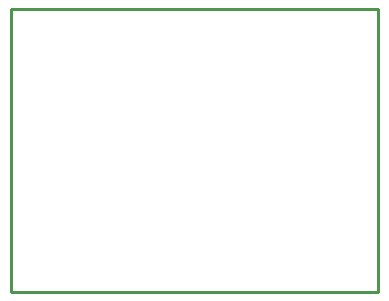
<source format=gko>
G04 Layer: BoardOutlineLayer*
G04 EasyEDA v6.5.48, 2025-03-09 16:09:46*
G04 6742e224e03a4d3da3a366412f0f9112,b9277fd2045942759ab1a28cc0c323af,10*
G04 Gerber Generator version 0.2*
G04 Scale: 100 percent, Rotated: No, Reflected: No *
G04 Dimensions in millimeters *
G04 leading zeros omitted , absolute positions ,4 integer and 5 decimal *
%FSLAX45Y45*%
%MOMM*%

%ADD10C,0.2540*%
D10*
X700023Y7199884D02*
G01*
X3810000Y7199884D01*
X3810000Y4800600D01*
X700023Y4800600D01*
X700023Y7199884D01*

%LPD*%
M02*

</source>
